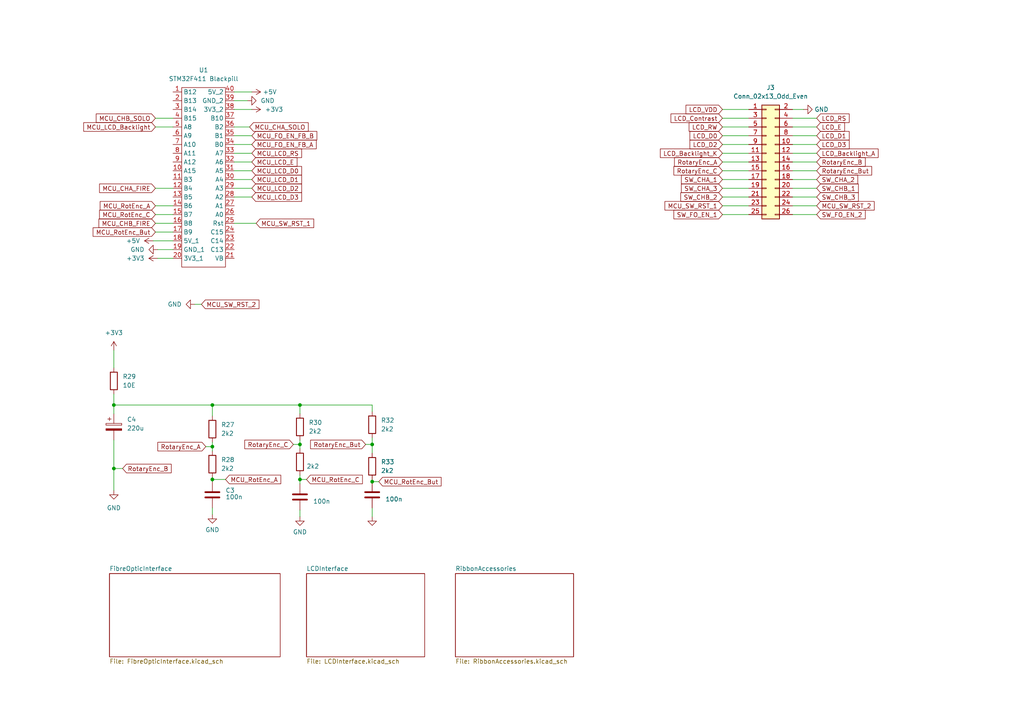
<source format=kicad_sch>
(kicad_sch (version 20230121) (generator eeschema)
  (paper "A4")
  (title_block (title "Dual Tesla Coil - Dual Tone Midi Controller") (rev "V2") (company "Jarren Lange"))
  (lib_symbols
    (symbol "Connector_Generic:Conn_02x13_Odd_Even" (pin_names (offset 1.016) hide)
      (property "Reference" "J" (at 1.27 17.78 0))
      (property "Value" "Conn_02x13_Odd_Even" (at 1.27 -17.78 0))
      (symbol "Conn_02x13_Odd_Even_1_1"
        (rectangle (start -1.27 -15.113) (end 0 -15.367) (stroke (width 0.1524)))
        (rectangle (start -1.27 -12.573) (end 0 -12.827) (stroke (width 0.1524)))
        (rectangle (start -1.27 -10.033) (end 0 -10.287) (stroke (width 0.1524)))
        (rectangle (start -1.27 -7.493) (end 0 -7.747) (stroke (width 0.1524)))
        (rectangle (start -1.27 -4.953) (end 0 -5.207) (stroke (width 0.1524)))
        (rectangle (start -1.27 -2.413) (end 0 -2.667) (stroke (width 0.1524)))
        (rectangle (start -1.27 0.127) (end 0 -0.127) (stroke (width 0.1524)))
        (rectangle (start -1.27 2.667) (end 0 2.413) (stroke (width 0.1524)))
        (rectangle (start -1.27 5.207) (end 0 4.953) (stroke (width 0.1524)))
        (rectangle (start -1.27 7.747) (end 0 7.493) (stroke (width 0.1524)))
        (rectangle (start -1.27 10.287) (end 0 10.033) (stroke (width 0.1524)))
        (rectangle (start -1.27 12.827) (end 0 12.573) (stroke (width 0.1524)))
        (rectangle (start -1.27 15.367) (end 0 15.113) (stroke (width 0.1524)))
        (rectangle (start -1.27 16.51) (end 3.81 -16.51) (stroke (width 0.254)) (fill (type background)))
        (rectangle (start 3.81 -15.113) (end 2.54 -15.367) (stroke (width 0.1524)))
        (rectangle (start 3.81 -12.573) (end 2.54 -12.827) (stroke (width 0.1524)))
        (rectangle (start 3.81 -10.033) (end 2.54 -10.287) (stroke (width 0.1524)))
        (rectangle (start 3.81 -7.493) (end 2.54 -7.747) (stroke (width 0.1524)))
        (rectangle (start 3.81 -4.953) (end 2.54 -5.207) (stroke (width 0.1524)))
        (rectangle (start 3.81 -2.413) (end 2.54 -2.667) (stroke (width 0.1524)))
        (rectangle (start 3.81 0.127) (end 2.54 -0.127) (stroke (width 0.1524)))
        (rectangle (start 3.81 2.667) (end 2.54 2.413) (stroke (width 0.1524)))
        (rectangle (start 3.81 5.207) (end 2.54 4.953) (stroke (width 0.1524)))
        (rectangle (start 3.81 7.747) (end 2.54 7.493) (stroke (width 0.1524)))
        (rectangle (start 3.81 10.287) (end 2.54 10.033) (stroke (width 0.1524)))
        (rectangle (start 3.81 12.827) (end 2.54 12.573) (stroke (width 0.1524)))
        (rectangle (start 3.81 15.367) (end 2.54 15.113) (stroke (width 0.1524)))
        (pin passive line (at -5.08 15.24 0) (length 3.81) (name "Pin_1") (number "1"))
        (pin passive line (at 7.62 5.08 180) (length 3.81) (name "Pin_10") (number "10"))
        (pin passive line (at -5.08 2.54 0) (length 3.81) (name "Pin_11") (number "11"))
        (pin passive line (at 7.62 2.54 180) (length 3.81) (name "Pin_12") (number "12"))
        (pin passive line (at -5.08 0 0) (length 3.81) (name "Pin_13") (number "13"))
        (pin passive line (at 7.62 0 180) (length 3.81) (name "Pin_14") (number "14"))
        (pin passive line (at -5.08 -2.54 0) (length 3.81) (name "Pin_15") (number "15"))
        (pin passive line (at 7.62 -2.54 180) (length 3.81) (name "Pin_16") (number "16"))
        (pin passive line (at -5.08 -5.08 0) (length 3.81) (name "Pin_17") (number "17"))
        (pin passive line (at 7.62 -5.08 180) (length 3.81) (name "Pin_18") (number "18"))
        (pin passive line (at -5.08 -7.62 0) (length 3.81) (name "Pin_19") (number "19"))
        (pin passive line (at 7.62 15.24 180) (length 3.81) (name "Pin_2") (number "2"))
        (pin passive line (at 7.62 -7.62 180) (length 3.81) (name "Pin_20") (number "20"))
        (pin passive line (at -5.08 -10.16 0) (length 3.81) (name "Pin_21") (number "21"))
        (pin passive line (at 7.62 -10.16 180) (length 3.81) (name "Pin_22") (number "22"))
        (pin passive line (at -5.08 -12.7 0) (length 3.81) (name "Pin_23") (number "23"))
        (pin passive line (at 7.62 -12.7 180) (length 3.81) (name "Pin_24") (number "24"))
        (pin passive line (at -5.08 -15.24 0) (length 3.81) (name "Pin_25") (number "25"))
        (pin passive line (at 7.62 -15.24 180) (length 3.81) (name "Pin_26") (number "26"))
        (pin passive line (at -5.08 12.7 0) (length 3.81) (name "Pin_3") (number "3"))
        (pin passive line (at 7.62 12.7 180) (length 3.81) (name "Pin_4") (number "4"))
        (pin passive line (at -5.08 10.16 0) (length 3.81) (name "Pin_5") (number "5"))
        (pin passive line (at 7.62 10.16 180) (length 3.81) (name "Pin_6") (number "6"))
        (pin passive line (at -5.08 7.62 0) (length 3.81) (name "Pin_7") (number "7"))
        (pin passive line (at 7.62 7.62 180) (length 3.81) (name "Pin_8") (number "8"))
        (pin passive line (at -5.08 5.08 0) (length 3.81) (name "Pin_9") (number "9"))
      )
    )
    (symbol "Device:C" (pin_numbers hide) (pin_names (offset 0.254))
      (property "Reference" "C" (at 0.635 2.54 0))
      (property "Value" "C" (at 0.635 -2.54 0))
      (symbol "C_0_1"
        (polyline (pts (xy -2.032 -0.762) (xy 2.032 -0.762)) (stroke (width 0.508)))
        (polyline (pts (xy -2.032 0.762) (xy 2.032 0.762)) (stroke (width 0.508)))
      )
      (symbol "C_1_1"
        (pin passive line (at 0 3.81 270) (length 2.794) (name "~") (number "1"))
        (pin passive line (at 0 -3.81 90) (length 2.794) (name "~") (number "2"))
      )
    )
    (symbol "Device:C_Polarized" (pin_numbers hide) (pin_names (offset 0.254))
      (property "Reference" "C" (at 0.635 2.54 0))
      (property "Value" "C_Polarized" (at 0.635 -2.54 0))
      (symbol "C_Polarized_0_1"
        (rectangle (start -2.286 0.508) (end 2.286 1.016))
        (polyline (pts (xy -1.778 2.286) (xy -0.762 2.286)))
        (polyline (pts (xy -1.27 2.794) (xy -1.27 1.778)))
        (rectangle (start 2.286 -0.508) (end -2.286 -1.016) (fill (type outline)))
      )
      (symbol "C_Polarized_1_1"
        (pin passive line (at 0 3.81 270) (length 2.794) (name "~") (number "1"))
        (pin passive line (at 0 -3.81 90) (length 2.794) (name "~") (number "2"))
      )
    )
    (symbol "Device:R" (pin_numbers hide) (pin_names (offset 0))
      (property "Reference" "R" (at 2.032 0 90))
      (property "Value" "R" (at 0 0 90))
      (symbol "R_0_1"
        (rectangle (start -1.016 -2.54) (end 1.016 2.54) (stroke (width 0.254)))
      )
      (symbol "R_1_1"
        (pin passive line (at 0 3.81 270) (length 1.27) (name "~") (number "1"))
        (pin passive line (at 0 -3.81 90) (length 1.27) (name "~") (number "2"))
      )
    )
    (symbol "STM32F411BlackPill:BlackPill"
      (property "Reference" "U" (at 0 0 0))
      (symbol "BlackPill_0_1"
        (rectangle (start -6.35 19.05) (end 6.35 -33.02))
      )
      (symbol "BlackPill_1_1"
        (pin input line (at -8.89 17.78 0) (length 2.54) (name "B12") (number "1"))
        (pin input line (at -8.89 -5.08 0) (length 2.54) (name "A15") (number "10"))
        (pin input line (at -8.89 -7.62 0) (length 2.54) (name "B3") (number "11"))
        (pin input line (at -8.89 -10.16 0) (length 2.54) (name "B4") (number "12"))
        (pin input line (at -8.89 -12.7 0) (length 2.54) (name "B5") (number "13"))
        (pin input line (at -8.89 -15.24 0) (length 2.54) (name "B6") (number "14"))
        (pin input line (at -8.89 -17.78 0) (length 2.54) (name "B7") (number "15"))
        (pin input line (at -8.89 -20.32 0) (length 2.54) (name "B8") (number "16"))
        (pin input line (at -8.89 -22.86 0) (length 2.54) (name "B9") (number "17"))
        (pin input line (at -8.89 -25.4 0) (length 2.54) (name "5V_1") (number "18"))
        (pin input line (at -8.89 -27.94 0) (length 2.54) (name "GND_1") (number "19"))
        (pin input line (at -8.89 15.24 0) (length 2.54) (name "B13") (number "2"))
        (pin input line (at -8.89 -30.48 0) (length 2.54) (name "3V3_1") (number "20"))
        (pin input line (at 8.89 -30.48 180) (length 2.54) (name "VB") (number "21"))
        (pin input line (at 8.89 -27.94 180) (length 2.54) (name "C13") (number "22"))
        (pin input line (at 8.89 -25.4 180) (length 2.54) (name "C14") (number "23"))
        (pin input line (at 8.89 -22.86 180) (length 2.54) (name "C15") (number "24"))
        (pin input line (at 8.89 -20.32 180) (length 2.54) (name "Rst") (number "25"))
        (pin input line (at 8.89 -17.78 180) (length 2.54) (name "A0") (number "26"))
        (pin input line (at 8.89 -15.24 180) (length 2.54) (name "A1") (number "27"))
        (pin input line (at 8.89 -12.7 180) (length 2.54) (name "A2") (number "28"))
        (pin input line (at 8.89 -10.16 180) (length 2.54) (name "A3") (number "29"))
        (pin input line (at -8.89 12.7 0) (length 2.54) (name "B14") (number "3"))
        (pin input line (at 8.89 -7.62 180) (length 2.54) (name "A4") (number "30"))
        (pin input line (at 8.89 -5.08 180) (length 2.54) (name "A5") (number "31"))
        (pin input line (at 8.89 -2.54 180) (length 2.54) (name "A6") (number "32"))
        (pin input line (at 8.89 0 180) (length 2.54) (name "A7") (number "33"))
        (pin input line (at 8.89 2.54 180) (length 2.54) (name "B0") (number "34"))
        (pin input line (at 8.89 5.08 180) (length 2.54) (name "B1") (number "35"))
        (pin input line (at 8.89 7.62 180) (length 2.54) (name "B2") (number "36"))
        (pin input line (at 8.89 10.16 180) (length 2.54) (name "B10") (number "37"))
        (pin input line (at 8.89 12.7 180) (length 2.54) (name "3V3_2") (number "38"))
        (pin input line (at 8.89 15.24 180) (length 2.54) (name "GND_2") (number "39"))
        (pin input line (at -8.89 10.16 0) (length 2.54) (name "B15") (number "4"))
        (pin input line (at 8.89 17.78 180) (length 2.54) (name "5V_2") (number "40"))
        (pin input line (at -8.89 7.62 0) (length 2.54) (name "A8") (number "5"))
        (pin input line (at -8.89 5.08 0) (length 2.54) (name "A9") (number "6"))
        (pin input line (at -8.89 2.54 0) (length 2.54) (name "A10") (number "7"))
        (pin input line (at -8.89 0 0) (length 2.54) (name "A11") (number "8"))
        (pin input line (at -8.89 -2.54 0) (length 2.54) (name "A12") (number "9"))
      )
    )
    (symbol "power:+3V3" (power) (pin_names (offset 0))
      (property "Value" "+3V3" (at 0 3.556 0))
      (symbol "+3V3_0_1"
        (polyline (pts (xy -0.762 1.27) (xy 0 2.54)))
        (polyline (pts (xy 0 0) (xy 0 2.54)))
        (polyline (pts (xy 0 2.54) (xy 0.762 1.27)))
      )
      (symbol "+3V3_1_1"
        (pin power_in line (at 0 0 90) (length 0) hide (name "+3V3") (number "1"))
      )
    )
    (symbol "power:+5V" (power) (pin_names (offset 0))
      (property "Value" "+5V" (at 0 3.556 0))
      (symbol "+5V_0_1"
        (polyline (pts (xy -0.762 1.27) (xy 0 2.54)))
        (polyline (pts (xy 0 0) (xy 0 2.54)))
        (polyline (pts (xy 0 2.54) (xy 0.762 1.27)))
      )
      (symbol "+5V_1_1"
        (pin power_in line (at 0 0 90) (length 0) hide (name "+5V") (number "1"))
      )
    )
    (symbol "power:GND" (power) (pin_names (offset 0))
      (property "Value" "GND" (at 0 -3.81 0))
      (symbol "GND_0_1"
        (polyline (pts (xy 0 0) (xy 0 -1.27) (xy 1.27 -1.27) (xy 0 -2.54) (xy -1.27 -1.27) (xy 0 -1.27)))
      )
      (symbol "GND_1_1"
        (pin power_in line (at 0 0 270) (length 0) hide (name "GND") (number "1"))
      )
    )
  )
  (junction (at 33.02 117.475))
  (junction (at 86.995 117.475))
  (junction (at 86.995 128.905))
  (junction (at 107.95 139.7))
  (junction (at 61.595 129.54))
  (junction (at 33.02 135.89))
  (junction (at 61.595 139.065))
  (junction (at 107.95 128.905))
  (junction (at 86.995 139.065))
  (junction (at 61.595 117.475))
  (wire (pts (xy 107.95 119.38) (xy 107.95 117.475)))
  (wire (pts (xy 33.02 114.3) (xy 33.02 117.475)))
  (wire (pts (xy 45.085 36.83) (xy 50.165 36.83)))
  (wire (pts (xy 229.87 41.91) (xy 236.855 41.91)))
  (wire (pts (xy 45.72 74.93) (xy 50.165 74.93)))
  (wire (pts (xy 67.945 52.07) (xy 73.025 52.07)))
  (wire (pts (xy 33.02 101.6) (xy 33.02 106.68)))
  (wire (pts (xy 106.045 128.905) (xy 107.95 128.905)))
  (wire (pts (xy 209.55 44.45) (xy 217.17 44.45)))
  (wire (pts (xy 209.55 36.83) (xy 217.17 36.83)))
  (wire (pts (xy 209.55 31.75) (xy 217.17 31.75)))
  (wire (pts (xy 45.085 64.77) (xy 50.165 64.77)))
  (wire (pts (xy 229.87 36.83) (xy 236.855 36.83)))
  (wire (pts (xy 107.95 139.065) (xy 107.95 139.7)))
  (wire (pts (xy 74.295 64.77) (xy 67.945 64.77)))
  (wire (pts (xy 229.87 39.37) (xy 236.855 39.37)))
  (wire (pts (xy 107.95 139.7) (xy 109.855 139.7)))
  (wire (pts (xy 209.55 39.37) (xy 217.17 39.37)))
  (wire (pts (xy 229.87 44.45) (xy 236.855 44.45)))
  (wire (pts (xy 67.945 57.15) (xy 73.025 57.15)))
  (wire (pts (xy 85.09 128.905) (xy 86.995 128.905)))
  (wire (pts (xy 67.945 46.99) (xy 73.025 46.99)))
  (wire (pts (xy 209.55 57.15) (xy 217.17 57.15)))
  (wire (pts (xy 61.595 120.65) (xy 61.595 117.475)))
  (wire (pts (xy 45.085 67.31) (xy 50.165 67.31)))
  (wire (pts (xy 56.515 88.265) (xy 58.42 88.265)))
  (wire (pts (xy 229.87 31.75) (xy 233.045 31.75)))
  (wire (pts (xy 33.02 135.89) (xy 33.02 142.24)))
  (wire (pts (xy 86.995 139.065) (xy 88.9 139.065)))
  (wire (pts (xy 61.595 117.475) (xy 86.995 117.475)))
  (wire (pts (xy 44.45 69.85) (xy 50.165 69.85)))
  (wire (pts (xy 86.995 147.955) (xy 86.995 149.86)))
  (wire (pts (xy 67.945 39.37) (xy 73.025 39.37)))
  (wire (pts (xy 229.87 54.61) (xy 236.855 54.61)))
  (wire (pts (xy 107.95 128.905) (xy 107.95 131.445)))
  (wire (pts (xy 61.595 147.32) (xy 61.595 149.225)))
  (wire (pts (xy 209.55 52.07) (xy 217.17 52.07)))
  (wire (pts (xy 61.595 139.065) (xy 61.595 139.7)))
  (wire (pts (xy 45.72 72.39) (xy 50.165 72.39)))
  (wire (pts (xy 61.595 139.065) (xy 65.405 139.065)))
  (wire (pts (xy 61.595 129.54) (xy 61.595 130.81)))
  (wire (pts (xy 61.595 138.43) (xy 61.595 139.065)))
  (wire (pts (xy 33.02 135.89) (xy 35.56 135.89)))
  (wire (pts (xy 86.995 139.065) (xy 86.995 140.335)))
  (wire (pts (xy 209.55 59.69) (xy 217.17 59.69)))
  (wire (pts (xy 33.02 117.475) (xy 33.02 120.015)))
  (wire (pts (xy 86.995 128.905) (xy 86.995 130.175)))
  (wire (pts (xy 67.945 36.83) (xy 72.39 36.83)))
  (wire (pts (xy 67.945 54.61) (xy 73.025 54.61)))
  (wire (pts (xy 67.945 29.21) (xy 71.755 29.21)))
  (wire (pts (xy 209.55 54.61) (xy 217.17 54.61)))
  (wire (pts (xy 229.87 49.53) (xy 236.855 49.53)))
  (wire (pts (xy 209.55 62.23) (xy 217.17 62.23)))
  (wire (pts (xy 229.87 34.29) (xy 236.855 34.29)))
  (wire (pts (xy 67.945 26.67) (xy 73.025 26.67)))
  (wire (pts (xy 107.95 147.32) (xy 107.95 149.86)))
  (wire (pts (xy 59.69 129.54) (xy 61.595 129.54)))
  (wire (pts (xy 209.55 34.29) (xy 217.17 34.29)))
  (wire (pts (xy 209.55 46.99) (xy 217.17 46.99)))
  (wire (pts (xy 86.995 137.795) (xy 86.995 139.065)))
  (wire (pts (xy 229.87 52.07) (xy 236.855 52.07)))
  (wire (pts (xy 209.55 49.53) (xy 217.17 49.53)))
  (wire (pts (xy 67.945 31.75) (xy 73.025 31.75)))
  (wire (pts (xy 229.87 59.69) (xy 236.855 59.69)))
  (wire (pts (xy 86.995 117.475) (xy 107.95 117.475)))
  (wire (pts (xy 229.87 46.99) (xy 236.855 46.99)))
  (wire (pts (xy 229.87 57.15) (xy 236.855 57.15)))
  (wire (pts (xy 45.085 34.29) (xy 50.165 34.29)))
  (wire (pts (xy 45.085 62.23) (xy 50.165 62.23)))
  (wire (pts (xy 107.95 127) (xy 107.95 128.905)))
  (wire (pts (xy 67.945 44.45) (xy 73.025 44.45)))
  (wire (pts (xy 67.945 41.91) (xy 73.025 41.91)))
  (wire (pts (xy 86.995 120.015) (xy 86.995 117.475)))
  (wire (pts (xy 45.085 59.69) (xy 50.165 59.69)))
  (wire (pts (xy 33.02 127.635) (xy 33.02 135.89)))
  (wire (pts (xy 229.87 62.23) (xy 236.855 62.23)))
  (wire (pts (xy 86.995 127.635) (xy 86.995 128.905)))
  (wire (pts (xy 67.945 49.53) (xy 73.025 49.53)))
  (wire (pts (xy 45.085 54.61) (xy 50.165 54.61)))
  (wire (pts (xy 33.02 117.475) (xy 61.595 117.475)))
  (wire (pts (xy 61.595 128.27) (xy 61.595 129.54)))
  (wire (pts (xy 209.55 41.91) (xy 217.17 41.91)))
  (global_label "LCD_Backlight_A" (shape input) (at 236.855 44.45 0) (property "Intersheetrefs" "${INTERSHEET_REFS}" (effects hide)))
  (global_label "LCD_E" (shape input) (at 236.855 36.83 0) (property "Intersheetrefs" "${INTERSHEET_REFS}" (effects hide)))
  (global_label "RotaryEnc_C" (shape input) (at 85.09 128.905 180) (property "Intersheetrefs" "${INTERSHEET_REFS}" (effects hide)))
  (global_label "MCU_FO_EN_FB_A" (shape input) (at 73.025 41.91 0) (property "Intersheetrefs" "${INTERSHEET_REFS}" (effects hide)))
  (global_label "SW_CHB_1" (shape input) (at 236.855 54.61 0) (property "Intersheetrefs" "${INTERSHEET_REFS}" (effects hide)))
  (global_label "MCU_LCD_D2" (shape input) (at 73.025 54.61 0) (property "Intersheetrefs" "${INTERSHEET_REFS}" (effects hide)))
  (global_label "LCD_D3" (shape input) (at 236.855 41.91 0) (property "Intersheetrefs" "${INTERSHEET_REFS}" (effects hide)))
  (global_label "MCU_SW_RST_2" (shape input) (at 236.855 59.69 0) (property "Intersheetrefs" "${INTERSHEET_REFS}" (effects hide)))
  (global_label "MCU_RotEnc_But" (shape input) (at 109.855 139.7 0) (property "Intersheetrefs" "${INTERSHEET_REFS}" (effects hide)))
  (global_label "SW_FO_EN_2" (shape input) (at 236.855 62.23 0) (property "Intersheetrefs" "${INTERSHEET_REFS}" (effects hide)))
  (global_label "SW_CHB_2" (shape input) (at 209.55 57.15 180) (property "Intersheetrefs" "${INTERSHEET_REFS}" (effects hide)))
  (global_label "MCU_RotEnc_C" (shape input) (at 88.9 139.065 0) (property "Intersheetrefs" "${INTERSHEET_REFS}" (effects hide)))
  (global_label "MCU_SW_RST_2" (shape input) (at 58.42 88.265 0) (property "Intersheetrefs" "${INTERSHEET_REFS}" (effects hide)))
  (global_label "LCD_VDD" (shape input) (at 209.55 31.75 180) (property "Intersheetrefs" "${INTERSHEET_REFS}" (effects hide)))
  (global_label "SW_FO_EN_1" (shape input) (at 209.55 62.23 180) (property "Intersheetrefs" "${INTERSHEET_REFS}" (effects hide)))
  (global_label "RotaryEnc_A" (shape input) (at 209.55 46.99 180) (property "Intersheetrefs" "${INTERSHEET_REFS}" (effects hide)))
  (global_label "MCU_LCD_RS" (shape input) (at 73.025 44.45 0) (property "Intersheetrefs" "${INTERSHEET_REFS}" (effects hide)))
  (global_label "MCU_CHA_SOLO" (shape input) (at 72.39 36.83 0) (property "Intersheetrefs" "${INTERSHEET_REFS}" (effects hide)))
  (global_label "SW_CHB_3" (shape input) (at 236.855 57.15 0) (property "Intersheetrefs" "${INTERSHEET_REFS}" (effects hide)))
  (global_label "SW_CHA_1" (shape input) (at 209.55 52.07 180) (property "Intersheetrefs" "${INTERSHEET_REFS}" (effects hide)))
  (global_label "MCU_CHB_FIRE" (shape input) (at 45.085 64.77 180) (property "Intersheetrefs" "${INTERSHEET_REFS}" (effects hide)))
  (global_label "MCU_LCD_Backlight" (shape input) (at 45.085 36.83 180) (property "Intersheetrefs" "${INTERSHEET_REFS}" (effects hide)))
  (global_label "LCD_D0" (shape input) (at 209.55 39.37 180) (property "Intersheetrefs" "${INTERSHEET_REFS}" (effects hide)))
  (global_label "MCU_SW_RST_1" (shape input) (at 74.295 64.77 0) (property "Intersheetrefs" "${INTERSHEET_REFS}" (effects hide)))
  (global_label "LCD_Backlight_K" (shape input) (at 209.55 44.45 180) (property "Intersheetrefs" "${INTERSHEET_REFS}" (effects hide)))
  (global_label "MCU_LCD_D1" (shape input) (at 73.025 52.07 0) (property "Intersheetrefs" "${INTERSHEET_REFS}" (effects hide)))
  (global_label "LCD_D2" (shape input) (at 209.55 41.91 180) (property "Intersheetrefs" "${INTERSHEET_REFS}" (effects hide)))
  (global_label "MCU_FO_EN_FB_B" (shape input) (at 73.025 39.37 0) (property "Intersheetrefs" "${INTERSHEET_REFS}" (effects hide)))
  (global_label "LCD_RS" (shape input) (at 236.855 34.29 0) (property "Intersheetrefs" "${INTERSHEET_REFS}" (effects hide)))
  (global_label "SW_CHA_2" (shape input) (at 236.855 52.07 0) (property "Intersheetrefs" "${INTERSHEET_REFS}" (effects hide)))
  (global_label "MCU_SW_RST_1" (shape input) (at 209.55 59.69 180) (property "Intersheetrefs" "${INTERSHEET_REFS}" (effects hide)))
  (global_label "SW_CHA_3" (shape input) (at 209.55 54.61 180) (property "Intersheetrefs" "${INTERSHEET_REFS}" (effects hide)))
  (global_label "RotaryEnc_C" (shape input) (at 209.55 49.53 180) (property "Intersheetrefs" "${INTERSHEET_REFS}" (effects hide)))
  (global_label "RotaryEnc_But" (shape input) (at 106.045 128.905 180) (property "Intersheetrefs" "${INTERSHEET_REFS}" (effects hide)))
  (global_label "MCU_LCD_E" (shape input) (at 73.025 46.99 0) (property "Intersheetrefs" "${INTERSHEET_REFS}" (effects hide)))
  (global_label "RotaryEnc_B" (shape input) (at 35.56 135.89 0) (property "Intersheetrefs" "${INTERSHEET_REFS}" (effects hide)))
  (global_label "MCU_CHB_SOLO" (shape input) (at 45.085 34.29 180) (property "Intersheetrefs" "${INTERSHEET_REFS}" (effects hide)))
  (global_label "MCU_LCD_D0" (shape input) (at 73.025 49.53 0) (property "Intersheetrefs" "${INTERSHEET_REFS}" (effects hide)))
  (global_label "RotaryEnc_A" (shape input) (at 59.69 129.54 180) (property "Intersheetrefs" "${INTERSHEET_REFS}" (effects hide)))
  (global_label "LCD_Contrast" (shape input) (at 209.55 34.29 180) (property "Intersheetrefs" "${INTERSHEET_REFS}" (effects hide)))
  (global_label "MCU_RotEnc_But" (shape input) (at 45.085 67.31 180) (property "Intersheetrefs" "${INTERSHEET_REFS}" (effects hide)))
  (global_label "MCU_RotEnc_A" (shape input) (at 45.085 59.69 180) (property "Intersheetrefs" "${INTERSHEET_REFS}" (effects hide)))
  (global_label "LCD_D1" (shape input) (at 236.855 39.37 0) (property "Intersheetrefs" "${INTERSHEET_REFS}" (effects hide)))
  (global_label "MCU_RotEnc_C" (shape input) (at 45.085 62.23 180) (property "Intersheetrefs" "${INTERSHEET_REFS}" (effects hide)))
  (global_label "MCU_LCD_D3" (shape input) (at 73.025 57.15 0) (property "Intersheetrefs" "${INTERSHEET_REFS}" (effects hide)))
  (global_label "RotaryEnc_B" (shape input) (at 236.855 46.99 0) (property "Intersheetrefs" "${INTERSHEET_REFS}" (effects hide)))
  (global_label "LCD_RW" (shape input) (at 209.55 36.83 180) (property "Intersheetrefs" "${INTERSHEET_REFS}" (effects hide)))
  (global_label "RotaryEnc_But" (shape input) (at 236.855 49.53 0) (property "Intersheetrefs" "${INTERSHEET_REFS}" (effects hide)))
  (global_label "MCU_RotEnc_A" (shape input) (at 65.405 139.065 0) (property "Intersheetrefs" "${INTERSHEET_REFS}" (effects hide)))
  (global_label "MCU_CHA_FIRE" (shape input) (at 45.085 54.61 180) (property "Intersheetrefs" "${INTERSHEET_REFS}" (effects hide)))
  (symbol (lib_id "power:+5V") (at 44.45 69.85 90) (unit 1)
    (property "Reference" "#PWR032" (effects hide))
    (property "Value" "+5V" (at 40.64 69.85 90) (effects (justify left)))
  )
  (symbol (lib_id "Device:R") (at 86.995 133.985 0) (unit 1)
    (property "Reference" "R31" (effects hide))
    (property "Value" "2k2" (at 88.9 135.255 0) (effects (justify left)))
  )
  (symbol (lib_id "power:GND") (at 61.595 149.225 0) (unit 1)
    (property "Reference" "#PWR021" (effects hide))
    (property "Value" "GND" (at 61.595 153.67 0))
  )
  (symbol (lib_id "Connector_Generic:Conn_02x13_Odd_Even") (at 222.25 46.99 0) (unit 1)
    (property "Reference" "J3" (at 223.52 25.4 0))
    (property "Value" "Conn_02x13_Odd_Even" (at 223.52 27.94 0))
  )
  (symbol (lib_id "Device:C") (at 86.995 144.145 0) (unit 1)
    (property "Reference" "C5" (effects hide))
    (property "Value" "100n" (at 90.805 145.415 0) (effects (justify left)))
  )
  (symbol (lib_id "STM32F411BlackPill:BlackPill") (at 59.055 44.45 0) (unit 1)
    (property "Reference" "U1" (at 59.055 20.32 0))
    (property "Value" "STM32F411 Blackpill" (at 59.055 22.86 0))
  )
  (symbol (lib_id "Device:C_Polarized") (at 33.02 123.825 0) (unit 1)
    (property "Reference" "C4" (at 36.83 121.666 0) (effects (justify left)))
    (property "Value" "220u" (at 36.83 124.206 0) (effects (justify left)))
  )
  (symbol (lib_id "power:GND") (at 233.045 31.75 90) (unit 1)
    (property "Reference" "#PWR019" (effects hide))
    (property "Value" "GND" (at 236.22 31.75 90) (effects (justify right)))
  )
  (symbol (lib_id "Device:R") (at 33.02 110.49 180) (unit 1)
    (property "Reference" "R29" (at 35.56 109.22 0) (effects (justify right)))
    (property "Value" "10E" (at 35.56 111.76 0) (effects (justify right)))
  )
  (symbol (lib_id "power:+5V") (at 73.025 26.67 270) (unit 1)
    (property "Reference" "#PWR031" (effects hide))
    (property "Value" "+5V" (at 76.2 26.67 90) (effects (justify left)))
  )
  (symbol (lib_id "Device:R") (at 61.595 124.46 0) (unit 1)
    (property "Reference" "R27" (at 64.135 123.19 0) (effects (justify left)))
    (property "Value" "2k2" (at 64.135 125.73 0) (effects (justify left)))
  )
  (symbol (lib_id "power:+3V3") (at 33.02 101.6 0) (unit 1)
    (property "Reference" "#PWR028" (effects hide))
    (property "Value" "+3V3" (at 33.02 96.52 0))
  )
  (symbol (lib_id "power:+3V3") (at 45.72 74.93 90) (unit 1)
    (property "Reference" "#PWR030" (effects hide))
    (property "Value" "+3V3" (at 41.91 74.93 90) (effects (justify left)))
  )
  (symbol (lib_id "power:GND") (at 107.95 149.86 0) (unit 1)
    (property "Reference" "#PWR027" (effects hide))
    (property "Value" "GND" (effects hide))
  )
  (symbol (lib_id "power:GND") (at 56.515 88.265 270) (unit 1)
    (property "Reference" "#PWR023" (effects hide))
    (property "Value" "GND" (at 52.705 88.265 90) (effects (justify right)))
  )
  (symbol (lib_id "Device:R") (at 107.95 135.255 0) (unit 1)
    (property "Reference" "R33" (at 110.49 133.985 0) (effects (justify left)))
    (property "Value" "2k2" (at 110.49 136.525 0) (effects (justify left)))
  )
  (symbol (lib_id "power:GND") (at 86.995 149.86 0) (unit 1)
    (property "Reference" "#PWR026" (effects hide))
    (property "Value" "GND" (at 86.995 154.305 0))
  )
  (symbol (lib_id "Device:R") (at 107.95 123.19 0) (unit 1)
    (property "Reference" "R32" (at 110.49 121.92 0) (effects (justify left)))
    (property "Value" "2k2" (at 110.49 124.46 0) (effects (justify left)))
  )
  (symbol (lib_id "Device:R") (at 86.995 123.825 0) (unit 1)
    (property "Reference" "R30" (at 89.535 122.555 0) (effects (justify left)))
    (property "Value" "2k2" (at 89.535 125.095 0) (effects (justify left)))
  )
  (symbol (lib_id "power:+3V3") (at 73.025 31.75 270) (unit 1)
    (property "Reference" "#PWR029" (effects hide))
    (property "Value" "+3V3" (at 76.835 31.75 90) (effects (justify left)))
  )
  (symbol (lib_id "power:GND") (at 45.72 72.39 270) (unit 1)
    (property "Reference" "#PWR022" (effects hide))
    (property "Value" "GND" (at 41.91 72.39 90) (effects (justify right)))
  )
  (symbol (lib_id "Device:C") (at 61.595 143.51 0) (unit 1)
    (property "Reference" "C3" (at 65.405 142.24 0) (effects (justify left)))
    (property "Value" "100n" (at 65.405 144.145 0) (effects (justify left)))
  )
  (symbol (lib_id "Device:C") (at 107.95 143.51 0) (unit 1)
    (property "Reference" "C6" (effects hide))
    (property "Value" "100n" (at 111.76 144.78 0) (effects (justify left)))
  )
  (symbol (lib_id "power:GND") (at 33.02 142.24 0) (unit 1)
    (property "Reference" "#PWR025" (effects hide))
    (property "Value" "GND" (at 33.02 147.32 0))
  )
  (symbol (lib_id "Device:R") (at 61.595 134.62 180) (unit 1)
    (property "Reference" "R28" (at 64.135 133.35 0) (effects (justify right)))
    (property "Value" "2k2" (at 64.135 135.89 0) (effects (justify right)))
  )
  (symbol (lib_id "power:GND") (at 71.755 29.21 90) (unit 1)
    (property "Reference" "#PWR024" (effects hide))
    (property "Value" "GND" (at 75.565 29.21 90) (effects (justify right)))
  )
  (sheet (at 132.08 166.37) (size 34.29 24.13) (stroke (width 0.1524))
    (property "Sheetname" "RibbonAccessories" (at 132.08 165.6584 0) (effects (justify left bottom)))
    (property "Sheetfile" "RibbonAccessories.kicad_sch" (at 132.08 191.0846 0) (effects (justify left top)))
  )
  (sheet (at 31.75 166.37) (size 49.53 24.13) (stroke (width 0.1524))
    (property "Sheetname" "FibreOpticInterface" (at 31.75 165.6584 0) (effects (justify left bottom)))
    (property "Sheetfile" "FibreOpticInterface.kicad_sch" (at 31.75 191.0846 0) (effects (justify left top)))
  )
  (sheet (at 88.9 166.37) (size 34.29 24.13) (stroke (width 0.1524))
    (property "Sheetname" "LCDInterface" (at 88.9 165.6584 0) (effects (justify left bottom)))
    (property "Sheetfile" "LCDInterface.kicad_sch" (at 88.9 191.0846 0) (effects (justify left top)))
  )
)
</source>
